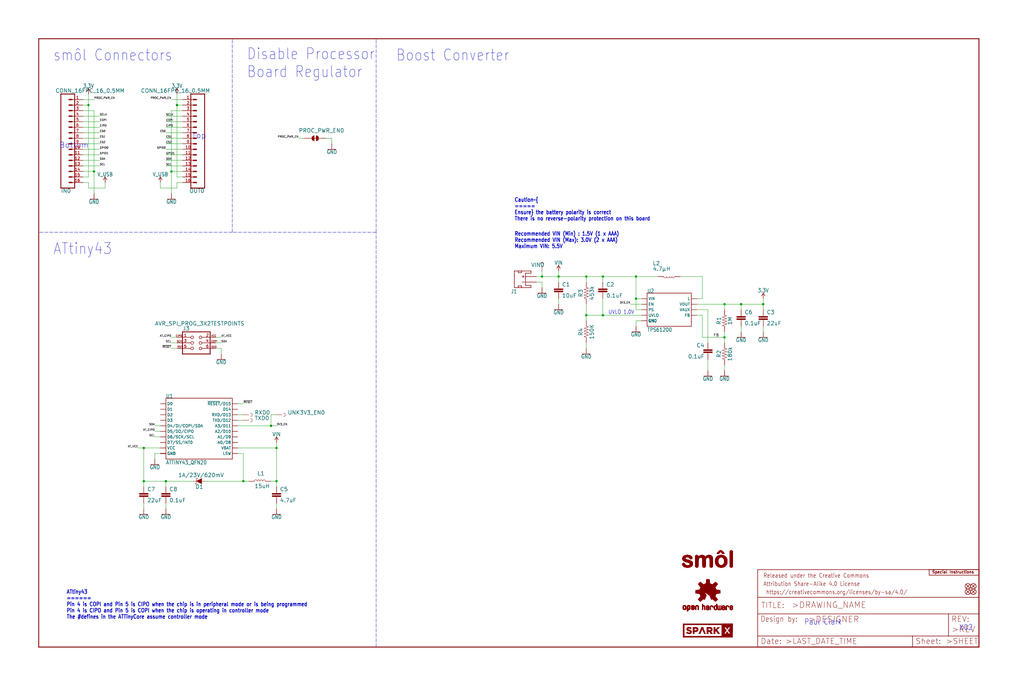
<source format=kicad_sch>
(kicad_sch (version 20211123) (generator eeschema)
  (paper "User" 470.306 317.906)
  (lib_symbols
    (symbol "eagleSchem-eagle-import:0.1UF-0402T-6.3V-10%-X7R"
      (property "Reference" "C" (at 1.524 2.921 0))
      (property "Value" "0.1UF-0402T-6.3V-10%-X7R" (at 1.524 -2.159 0))
      (symbol "0.1UF-0402T-6.3V-10%-X7R_1_0"
        (pin passive line (at 0 5.08 270) (length 2.54) (name "1") (number "1"))
        (pin passive line (at 0 -2.54 90) (length 2.54) (name "2") (number "2"))
      )
    )
    (symbol "eagleSchem-eagle-import:10UF-0402T-6.3V-20%"
      (property "Reference" "C" (at 1.524 2.921 0))
      (property "Value" "10UF-0402T-6.3V-20%" (at 1.524 -2.159 0))
      (symbol "10UF-0402T-6.3V-20%_1_0"
        (pin passive line (at 0 5.08 270) (length 2.54) (name "1") (number "1"))
        (pin passive line (at 0 -2.54 90) (length 2.54) (name "2") (number "2"))
      )
    )
    (symbol "eagleSchem-eagle-import:150KOHM-0402T-1{slash}16W-1%"
      (property "Reference" "R" (at 0 1.524 0))
      (property "Value" "150KOHM-0402T-1{slash}16W-1%" (at 0 -1.524 0))
      (symbol "150KOHM-0402T-1{slash}16W-1%_1_0"
        (pin passive line (at -5.08 0 0) (length 2.54) (name "1") (number "1"))
        (pin passive line (at 5.08 0 180) (length 2.54) (name "2") (number "2"))
      )
    )
    (symbol "eagleSchem-eagle-import:180KOHM-0402T-1{slash}16W-1%"
      (property "Reference" "R" (at 0 1.524 0))
      (property "Value" "180KOHM-0402T-1{slash}16W-1%" (at 0 -1.524 0))
      (symbol "180KOHM-0402T-1{slash}16W-1%_1_0"
        (pin passive line (at -5.08 0 0) (length 2.54) (name "1") (number "1"))
        (pin passive line (at 5.08 0 180) (length 2.54) (name "2") (number "2"))
      )
    )
    (symbol "eagleSchem-eagle-import:1MOHM-0402T-1{slash}16W-5%"
      (property "Reference" "R" (at 0 1.524 0))
      (property "Value" "1MOHM-0402T-1{slash}16W-5%" (at 0 -1.524 0))
      (symbol "1MOHM-0402T-1{slash}16W-5%_1_0"
        (pin passive line (at -5.08 0 0) (length 2.54) (name "1") (number "1"))
        (pin passive line (at 5.08 0 180) (length 2.54) (name "2") (number "2"))
      )
    )
    (symbol "eagleSchem-eagle-import:22UF-0603-6.3V-20%"
      (property "Reference" "C" (at 1.524 2.921 0))
      (property "Value" "22UF-0603-6.3V-20%" (at 1.524 -2.159 0))
      (symbol "22UF-0603-6.3V-20%_1_0"
        (pin passive line (at 0 5.08 270) (length 2.54) (name "1") (number "1"))
        (pin passive line (at 0 -2.54 90) (length 2.54) (name "2") (number "2"))
      )
    )
    (symbol "eagleSchem-eagle-import:3.3V" (power)
      (property "Value" "3.3V" (at 0 2.794 0))
      (symbol "3.3V_1_0"
        (pin power_in line (at 0 0 90) (length 2.54) (name "3.3V") (number "1"))
      )
    )
    (symbol "eagleSchem-eagle-import:4.7UF-0402_TIGHT-6.3V-20%-X5R"
      (property "Reference" "C" (at 1.524 2.921 0))
      (property "Value" "4.7UF-0402_TIGHT-6.3V-20%-X5R" (at 1.524 -2.159 0))
      (symbol "4.7UF-0402_TIGHT-6.3V-20%-X5R_1_0"
        (pin passive line (at 0 5.08 270) (length 2.54) (name "1") (number "1"))
        (pin passive line (at 0 -2.54 90) (length 2.54) (name "2") (number "2"))
      )
    )
    (symbol "eagleSchem-eagle-import:4.7μH_SHIELDED_INDUCTORNPIS_LS"
      (property "Reference" "L" (at 1.27 2.54 0))
      (property "Value" "4.7μH_SHIELDED_INDUCTORNPIS_LS" (at 1.27 -2.54 0))
      (symbol "4.7μH_SHIELDED_INDUCTORNPIS_LS_1_0"
        (pin passive line (at 0 5.08 270) (length 2.54) (name "1") (number "P$1"))
        (pin passive line (at 0 -5.08 90) (length 2.54) (name "2") (number "P$2"))
      )
    )
    (symbol "eagleSchem-eagle-import:453KOHM-0402T-1{slash}16W-1%"
      (property "Reference" "R" (at 0 1.524 0))
      (property "Value" "453KOHM-0402T-1{slash}16W-1%" (at 0 -1.524 0))
      (symbol "453KOHM-0402T-1{slash}16W-1%_1_0"
        (pin passive line (at -5.08 0 0) (length 2.54) (name "1") (number "1"))
        (pin passive line (at 5.08 0 180) (length 2.54) (name "2") (number "2"))
      )
    )
    (symbol "eagleSchem-eagle-import:ATTINY43_QFN20"
      (property "Value" "ATTINY43_QFN20" (at -15.24 -17.78 0))
      (symbol "ATTINY43_QFN20_1_0"
        (pin bidirectional line (at -17.78 5.08 0) (length 2.54) (name "D2") (number "1"))
        (pin power_in line (at 17.78 -10.16 180) (length 2.54) (name "VBAT") (number "10"))
        (pin bidirectional line (at 17.78 -7.62 180) (length 2.54) (name "A0/D8") (number "11"))
        (pin bidirectional line (at 17.78 -5.08 180) (length 2.54) (name "A1/D9") (number "12"))
        (pin bidirectional line (at 17.78 -2.54 180) (length 2.54) (name "A2/D10") (number "13"))
        (pin bidirectional line (at 17.78 0 180) (length 2.54) (name "A3/D11") (number "14"))
        (pin bidirectional line (at 17.78 2.54 180) (length 2.54) (name "TXD/D12") (number "15"))
        (pin bidirectional line (at 17.78 5.08 180) (length 2.54) (name "RXD/D13") (number "16"))
        (pin bidirectional line (at 17.78 7.62 180) (length 2.54) (name "D14") (number "17"))
        (pin bidirectional line (at 17.78 10.16 180) (length 2.54) (name "~{RESET}/D15") (number "18"))
        (pin bidirectional line (at -17.78 10.16 0) (length 2.54) (name "D0") (number "19"))
        (pin bidirectional line (at -17.78 2.54 0) (length 2.54) (name "D3") (number "2"))
        (pin bidirectional line (at -17.78 7.62 0) (length 2.54) (name "D1") (number "20"))
        (pin bidirectional line (at -17.78 0 0) (length 2.54) (name "D4/DI/COPI/SDA") (number "3"))
        (pin bidirectional line (at -17.78 -2.54 0) (length 2.54) (name "D5/DO/CIPO") (number "4"))
        (pin bidirectional line (at -17.78 -5.08 0) (length 2.54) (name "D6/SCK/SCL") (number "5"))
        (pin bidirectional line (at -17.78 -7.62 0) (length 2.54) (name "D7/SS/INT0") (number "6"))
        (pin power_in line (at -17.78 -10.16 0) (length 2.54) (name "VCC") (number "7"))
        (pin power_in line (at -17.78 -12.7 0) (length 2.54) (name "GND") (number "8"))
        (pin power_in line (at 17.78 -12.7 180) (length 2.54) (name "LSW") (number "9"))
        (pin power_in line (at -17.78 -12.7 0) (length 2.54) (name "GND") (number "PAD"))
      )
    )
    (symbol "eagleSchem-eagle-import:AVR_SPI_PROG_3X2TESTPOINTS"
      (property "Reference" "J" (at -5.08 5.588 0))
      (property "Value" "AVR_SPI_PROG_3X2TESTPOINTS" (at -5.08 -7.366 0))
      (symbol "AVR_SPI_PROG_3X2TESTPOINTS_1_0"
        (text "CIPO" (at -5.207 2.794 0) (effects (font (size 0.8128 0.8128)) (justify right bottom)))
        (text "COPI" (at 8.001 0.254 0) (effects (font (size 0.8128 0.8128)) (justify left bottom)))
        (text "GND" (at 8.001 -2.286 0) (effects (font (size 0.8128 0.8128)) (justify left bottom)))
        (text "RST" (at -5.08 -2.286 0) (effects (font (size 0.8128 0.8128)) (justify right bottom)))
        (text "SCK" (at -5.207 0.254 0) (effects (font (size 0.8128 0.8128)) (justify right bottom)))
        (text "VCC" (at 8.001 2.794 0) (effects (font (size 0.8128 0.8128)) (justify left bottom)))
        (pin passive inverted (at -7.62 2.54 0) (length 7.62) (name "1") (number "1"))
        (pin passive inverted (at 10.16 2.54 180) (length 7.62) (name "2") (number "2"))
        (pin passive inverted (at -7.62 0 0) (length 7.62) (name "3") (number "3"))
        (pin passive inverted (at 10.16 0 180) (length 7.62) (name "4") (number "4"))
        (pin passive inverted (at -7.62 -2.54 0) (length 7.62) (name "5") (number "5"))
        (pin passive inverted (at 10.16 -2.54 180) (length 7.62) (name "6") (number "6"))
      )
    )
    (symbol "eagleSchem-eagle-import:CONN_16FPC_16_0.5MM"
      (property "Reference" "J" (at 0 20.828 0))
      (property "Value" "CONN_16FPC_16_0.5MM" (at 0 -25.146 0))
      (symbol "CONN_16FPC_16_0.5MM_1_0"
        (pin passive line (at 10.16 -20.32 180) (length 5.08) (name "1") (number "1"))
        (pin passive line (at 10.16 2.54 180) (length 5.08) (name "10") (number "10"))
        (pin passive line (at 10.16 5.08 180) (length 5.08) (name "11") (number "11"))
        (pin passive line (at 10.16 7.62 180) (length 5.08) (name "12") (number "12"))
        (pin passive line (at 10.16 10.16 180) (length 5.08) (name "13") (number "13"))
        (pin passive line (at 10.16 12.7 180) (length 5.08) (name "14") (number "14"))
        (pin passive line (at 10.16 15.24 180) (length 5.08) (name "15") (number "15"))
        (pin passive line (at 10.16 17.78 180) (length 5.08) (name "16") (number "16"))
        (pin passive line (at 10.16 -17.78 180) (length 5.08) (name "2") (number "2"))
        (pin passive line (at 10.16 -15.24 180) (length 5.08) (name "3") (number "3"))
        (pin passive line (at 10.16 -12.7 180) (length 5.08) (name "4") (number "4"))
        (pin passive line (at 10.16 -10.16 180) (length 5.08) (name "5") (number "5"))
        (pin passive line (at 10.16 -7.62 180) (length 5.08) (name "6") (number "6"))
        (pin passive line (at 10.16 -5.08 180) (length 5.08) (name "7") (number "7"))
        (pin passive line (at 10.16 -2.54 180) (length 5.08) (name "8") (number "8"))
        (pin passive line (at 10.16 0 180) (length 5.08) (name "9") (number "9"))
      )
    )
    (symbol "eagleSchem-eagle-import:DIODE-SCHOTTKY-BAT20J"
      (property "Reference" "D" (at -2.54 2.032 0))
      (property "Value" "DIODE-SCHOTTKY-BAT20J" (at -2.54 -2.032 0))
      (symbol "DIODE-SCHOTTKY-BAT20J_1_0"
        (pin passive line (at -2.54 0 0) (length 0) (name "A") (number "A"))
        (pin passive line (at 2.54 0 180) (length 0) (name "C") (number "C"))
      )
    )
    (symbol "eagleSchem-eagle-import:FIDUCIALUFIDUCIAL")
    (symbol "eagleSchem-eagle-import:FRAME-LEDGER"
      (symbol "FRAME-LEDGER_2_0"
        (text " https://creativecommons.org/licenses/by-sa/4.0/" (at 2.54 24.13 0) (effects (font (size 1.9304 1.6408)) (justify left bottom)))
        (text ">DESIGNER" (at 23.114 11.176 0) (effects (font (size 2.7432 2.7432)) (justify left bottom)))
        (text ">DRAWING_NAME" (at 15.494 17.78 0) (effects (font (size 2.7432 2.7432)) (justify left bottom)))
        (text ">LAST_DATE_TIME" (at 12.7 1.27 0) (effects (font (size 2.54 2.54)) (justify left bottom)))
        (text ">REV" (at 88.9 6.604 0) (effects (font (size 2.7432 2.7432)) (justify left bottom)))
        (text ">SHEET" (at 86.36 1.27 0) (effects (font (size 2.54 2.54)) (justify left bottom)))
        (text "Attribution Share-Alike 4.0 License" (at 2.54 27.94 0) (effects (font (size 1.9304 1.6408)) (justify left bottom)))
        (text "Date:" (at 1.27 1.27 0) (effects (font (size 2.54 2.54)) (justify left bottom)))
        (text "Design by:" (at 1.27 11.43 0) (effects (font (size 2.54 2.159)) (justify left bottom)))
        (text "Released under the Creative Commons" (at 2.54 31.75 0) (effects (font (size 1.9304 1.6408)) (justify left bottom)))
        (text "REV:" (at 88.9 11.43 0) (effects (font (size 2.54 2.54)) (justify left bottom)))
        (text "Sheet:" (at 72.39 1.27 0) (effects (font (size 2.54 2.54)) (justify left bottom)))
        (text "TITLE:" (at 1.524 17.78 0) (effects (font (size 2.54 2.54)) (justify left bottom)))
      )
    )
    (symbol "eagleSchem-eagle-import:GND" (power)
      (property "Value" "GND" (at 0 -0.254 0))
      (symbol "GND_1_0"
        (pin power_in line (at 0 2.54 270) (length 2.54) (name "GND") (number "1"))
      )
    )
    (symbol "eagleSchem-eagle-import:INDUCTOR-LHQ32-15UH"
      (property "Reference" "L" (at 1.27 2.54 0))
      (property "Value" "INDUCTOR-LHQ32-15UH" (at 1.27 -2.54 0))
      (symbol "INDUCTOR-LHQ32-15UH_1_0"
        (pin passive line (at 0 5.08 270) (length 2.54) (name "1") (number "P$1"))
        (pin passive line (at 0 -5.08 90) (length 2.54) (name "2") (number "P$2"))
      )
    )
    (symbol "eagleSchem-eagle-import:JST_2MM_MALE"
      (property "Reference" "J" (at -2.54 5.842 0))
      (symbol "JST_2MM_MALE_1_0"
        (pin bidirectional line (at 0 -5.08 90) (length 5.08) (name "-") (number "1"))
        (pin bidirectional line (at 2.54 -5.08 90) (length 5.08) (name "+") (number "2"))
        (pin bidirectional line (at -2.54 2.54 90) (length 0) (name "PAD1") (number "NC1"))
        (pin bidirectional line (at 5.08 2.54 90) (length 0) (name "PAD2") (number "NC2"))
      )
    )
    (symbol "eagleSchem-eagle-import:JUMPER-SMT_2_NC_TRACE_SILK"
      (property "Reference" "JP" (at -2.54 2.54 0))
      (property "Value" "JUMPER-SMT_2_NC_TRACE_SILK" (at -2.54 -2.54 0))
      (symbol "JUMPER-SMT_2_NC_TRACE_SILK_1_0"
        (pin passive line (at -5.08 0 0) (length 2.54) (name "1") (number "1"))
        (pin passive line (at 5.08 0 180) (length 2.54) (name "2") (number "2"))
      )
    )
    (symbol "eagleSchem-eagle-import:OSHW-LOGOMINI")
    (symbol "eagleSchem-eagle-import:SMOL_LOGOSMALL")
    (symbol "eagleSchem-eagle-import:SPARKX-LOGO3")
    (symbol "eagleSchem-eagle-import:SPECIAL_INSTRUCTIONS-ORDERING"
      (symbol "SPECIAL_INSTRUCTIONS-ORDERING_1_0"
        (text "Special Instructions" (at 1.27 0.6985 0) (effects (font (size 1.27 1.27) (thickness 0.254) bold) (justify left bottom)))
      )
    )
    (symbol "eagleSchem-eagle-import:TEST-POINT3X4"
      (property "Reference" "TP" (at -2.54 2.54 0))
      (property "Value" "TEST-POINT3X4" (at -2.54 -2.54 0))
      (symbol "TEST-POINT3X4_1_0"
        (pin bidirectional line (at 0 0 180) (length 0) (name "1") (number "1"))
      )
    )
    (symbol "eagleSchem-eagle-import:TPS61200_MINIMAL"
      (property "Reference" "U" (at -10.16 7.62 0))
      (property "Value" "TPS61200_MINIMAL" (at -10.16 -10.16 0))
      (symbol "TPS61200_MINIMAL_1_0"
        (pin passive line (at 12.7 0 180) (length 2.54) (name "VAUX") (number "1"))
        (pin passive line (at 12.7 -2.54 180) (length 2.54) (name "FB") (number "10"))
        (pin power_in line (at -12.7 -5.08 0) (length 2.54) (name "GND") (number "11"))
        (pin power_in line (at -12.7 -5.08 0) (length 2.54) (name "GND") (number "12"))
        (pin power_in line (at -12.7 -5.08 0) (length 2.54) (name "GND") (number "13"))
        (pin power_in line (at -12.7 -5.08 0) (length 2.54) (name "GND") (number "14"))
        (pin power_in line (at -12.7 -5.08 0) (length 2.54) (name "GND") (number "15"))
        (pin power_in line (at 12.7 2.54 180) (length 2.54) (name "VOUT") (number "2"))
        (pin passive line (at 12.7 5.08 180) (length 2.54) (name "L") (number "3"))
        (pin power_in line (at -12.7 -5.08 0) (length 2.54) (name "GND") (number "4"))
        (pin power_in line (at -12.7 5.08 0) (length 2.54) (name "VIN") (number "5"))
        (pin input line (at -12.7 2.54 0) (length 2.54) (name "EN") (number "6"))
        (pin input line (at -12.7 -2.54 0) (length 2.54) (name "UVLO") (number "7"))
        (pin input line (at -12.7 0 0) (length 2.54) (name "PS") (number "8"))
        (pin power_in line (at -12.7 -5.08 0) (length 2.54) (name "GND") (number "9"))
      )
    )
    (symbol "eagleSchem-eagle-import:VIN" (power)
      (property "Value" "VIN" (at 0 2.794 0))
      (symbol "VIN_1_0"
        (pin power_in line (at 0 0 90) (length 2.54) (name "VIN") (number "1"))
      )
    )
    (symbol "eagleSchem-eagle-import:V_USB" (power)
      (property "Value" "V_USB" (at 0 2.794 0))
      (symbol "V_USB_1_0"
        (pin power_in line (at 0 0 90) (length 2.54) (name "V_USB") (number "1"))
      )
    )
  )
  (junction (at 66.04 205.74))
  (junction (at 127 205.74))
  (junction (at 78.74 78.74))
  (junction (at 43.18 78.74))
  (junction (at 292.1 127))
  (junction (at 248.92 127))
  (junction (at 276.86 127))
  (junction (at 350.52 139.7))
  (junction (at 269.24 127))
  (junction (at 276.86 144.78))
  (junction (at 332.74 139.7))
  (junction (at 66.04 220.98))
  (junction (at 40.64 48.26))
  (junction (at 81.28 48.26))
  (junction (at 76.2 220.98))
  (junction (at 124.46 195.58))
  (junction (at 127 220.98))
  (junction (at 292.1 137.16))
  (junction (at 256.54 127))
  (junction (at 340.36 139.7))
  (junction (at 111.76 220.98))
  (junction (at 332.74 154.94))
  (junction (at 269.24 144.78))
  (wire (pts (xy 48.26 86.36) (xy 40.64 86.36)))
  (wire (pts (xy 340.36 142.24) (xy 340.36 139.7)))
  (wire (pts (xy 73.66 195.58) (xy 71.12 195.58)))
  (wire (pts (xy 294.64 139.7) (xy 289.56 139.7)))
  (wire (pts (xy 93.98 220.98) (xy 111.76 220.98)))
  (wire (pts (xy 38.1 71.12) (xy 45.72 71.12)))
  (wire (pts (xy 38.1 66.04) (xy 45.72 66.04)))
  (wire (pts (xy 38.1 78.74) (xy 43.18 78.74)))
  (wire (pts (xy 38.1 76.2) (xy 45.72 76.2)))
  (wire (pts (xy 246.38 129.54) (xy 248.92 129.54)))
  (wire (pts (xy 269.24 129.54) (xy 269.24 127)))
  (wire (pts (xy 332.74 170.18) (xy 332.74 167.64)))
  (wire (pts (xy 83.82 66.04) (xy 76.2 66.04)))
  (wire (pts (xy 350.52 142.24) (xy 350.52 139.7)))
  (wire (pts (xy 322.58 144.78) (xy 322.58 154.94)))
  (wire (pts (xy 322.58 137.16) (xy 322.58 127)))
  (wire (pts (xy 38.1 83.82) (xy 40.64 83.82)))
  (wire (pts (xy 81.28 83.82) (xy 81.28 86.36)))
  (wire (pts (xy 124.46 195.58) (xy 127 195.58)))
  (wire (pts (xy 81.28 157.48) (xy 78.74 157.48)))
  (wire (pts (xy 139.7 63.5) (xy 137.16 63.5)))
  (wire (pts (xy 152.4 63.5) (xy 152.4 66.04)))
  (wire (pts (xy 127 190.5) (xy 124.46 190.5)))
  (wire (pts (xy 294.64 147.32) (xy 292.1 147.32)))
  (wire (pts (xy 256.54 129.54) (xy 256.54 127)))
  (wire (pts (xy 294.64 137.16) (xy 292.1 137.16)))
  (wire (pts (xy 340.36 139.7) (xy 350.52 139.7)))
  (polyline (pts (xy 172.72 297.18) (xy 172.72 106.68)))
  (wire (pts (xy 248.92 127) (xy 248.92 124.46)))
  (wire (pts (xy 83.82 63.5) (xy 76.2 63.5)))
  (wire (pts (xy 66.04 205.74) (xy 66.04 220.98)))
  (wire (pts (xy 320.04 137.16) (xy 322.58 137.16)))
  (wire (pts (xy 40.64 48.26) (xy 40.64 43.18)))
  (wire (pts (xy 81.28 48.26) (xy 81.28 43.18)))
  (wire (pts (xy 292.1 147.32) (xy 292.1 149.86)))
  (polyline (pts (xy 172.72 106.68) (xy 172.72 17.78)))
  (wire (pts (xy 83.82 50.8) (xy 78.74 50.8)))
  (wire (pts (xy 83.82 45.72) (xy 78.74 45.72)))
  (wire (pts (xy 73.66 86.36) (xy 73.66 83.82)))
  (wire (pts (xy 81.28 86.36) (xy 73.66 86.36)))
  (wire (pts (xy 332.74 154.94) (xy 322.58 154.94)))
  (wire (pts (xy 248.92 129.54) (xy 248.92 132.08)))
  (wire (pts (xy 256.54 127) (xy 248.92 127)))
  (wire (pts (xy 38.1 53.34) (xy 45.72 53.34)))
  (wire (pts (xy 43.18 88.9) (xy 43.18 78.74)))
  (wire (pts (xy 99.06 160.02) (xy 101.6 160.02)))
  (wire (pts (xy 83.82 83.82) (xy 81.28 83.82)))
  (wire (pts (xy 109.22 208.28) (xy 111.76 208.28)))
  (wire (pts (xy 256.54 124.46) (xy 256.54 127)))
  (wire (pts (xy 40.64 83.82) (xy 40.64 86.36)))
  (wire (pts (xy 292.1 127) (xy 292.1 137.16)))
  (wire (pts (xy 48.26 83.82) (xy 48.26 86.36)))
  (wire (pts (xy 111.76 220.98) (xy 114.3 220.98)))
  (wire (pts (xy 109.22 195.58) (xy 124.46 195.58)))
  (wire (pts (xy 124.46 190.5) (xy 124.46 195.58)))
  (polyline (pts (xy 172.72 106.68) (xy 106.68 106.68)))
  (wire (pts (xy 38.1 63.5) (xy 45.72 63.5)))
  (wire (pts (xy 149.86 63.5) (xy 152.4 63.5)))
  (wire (pts (xy 325.12 157.48) (xy 325.12 142.24)))
  (wire (pts (xy 73.66 208.28) (xy 71.12 208.28)))
  (wire (pts (xy 332.74 157.48) (xy 332.74 154.94)))
  (wire (pts (xy 127 205.74) (xy 127 220.98)))
  (wire (pts (xy 38.1 45.72) (xy 43.18 45.72)))
  (wire (pts (xy 38.1 58.42) (xy 45.72 58.42)))
  (polyline (pts (xy 106.68 106.68) (xy 17.78 106.68)))
  (wire (pts (xy 127 220.98) (xy 127 223.52)))
  (wire (pts (xy 83.82 55.88) (xy 76.2 55.88)))
  (wire (pts (xy 332.74 152.4) (xy 332.74 154.94)))
  (wire (pts (xy 246.38 127) (xy 248.92 127)))
  (wire (pts (xy 73.66 205.74) (xy 66.04 205.74)))
  (wire (pts (xy 38.1 48.26) (xy 40.64 48.26)))
  (wire (pts (xy 83.82 68.58) (xy 76.2 68.58)))
  (wire (pts (xy 83.82 81.28) (xy 81.28 81.28)))
  (wire (pts (xy 332.74 139.7) (xy 340.36 139.7)))
  (wire (pts (xy 81.28 81.28) (xy 81.28 48.26)))
  (wire (pts (xy 294.64 142.24) (xy 292.1 142.24)))
  (wire (pts (xy 78.74 78.74) (xy 83.82 78.74)))
  (wire (pts (xy 38.1 50.8) (xy 43.18 50.8)))
  (wire (pts (xy 99.06 154.94) (xy 101.6 154.94)))
  (wire (pts (xy 83.82 73.66) (xy 76.2 73.66)))
  (wire (pts (xy 83.82 53.34) (xy 76.2 53.34)))
  (wire (pts (xy 276.86 137.16) (xy 276.86 144.78)))
  (polyline (pts (xy 106.68 106.68) (xy 106.68 17.78)))
  (wire (pts (xy 71.12 208.28) (xy 71.12 210.82)))
  (wire (pts (xy 276.86 127) (xy 292.1 127)))
  (wire (pts (xy 38.1 55.88) (xy 45.72 55.88)))
  (wire (pts (xy 269.24 157.48) (xy 269.24 160.02)))
  (wire (pts (xy 83.82 58.42) (xy 76.2 58.42)))
  (wire (pts (xy 83.82 71.12) (xy 76.2 71.12)))
  (wire (pts (xy 101.6 160.02) (xy 101.6 162.56)))
  (wire (pts (xy 78.74 50.8) (xy 78.74 78.74)))
  (wire (pts (xy 127 203.2) (xy 127 205.74)))
  (wire (pts (xy 269.24 139.7) (xy 269.24 144.78)))
  (wire (pts (xy 109.22 190.5) (xy 111.76 190.5)))
  (wire (pts (xy 256.54 127) (xy 269.24 127)))
  (wire (pts (xy 78.74 88.9) (xy 78.74 78.74)))
  (wire (pts (xy 325.12 142.24) (xy 320.04 142.24)))
  (wire (pts (xy 350.52 137.16) (xy 350.52 139.7)))
  (wire (pts (xy 38.1 60.96) (xy 45.72 60.96)))
  (wire (pts (xy 66.04 220.98) (xy 66.04 223.52)))
  (wire (pts (xy 269.24 127) (xy 276.86 127)))
  (wire (pts (xy 276.86 144.78) (xy 269.24 144.78)))
  (wire (pts (xy 127 231.14) (xy 127 233.68)))
  (wire (pts (xy 332.74 139.7) (xy 320.04 139.7)))
  (wire (pts (xy 40.64 81.28) (xy 40.64 48.26)))
  (wire (pts (xy 312.42 127) (xy 322.58 127)))
  (wire (pts (xy 292.1 142.24) (xy 292.1 137.16)))
  (wire (pts (xy 73.66 200.66) (xy 71.12 200.66)))
  (wire (pts (xy 38.1 81.28) (xy 40.64 81.28)))
  (wire (pts (xy 109.22 193.04) (xy 111.76 193.04)))
  (wire (pts (xy 76.2 231.14) (xy 76.2 233.68)))
  (wire (pts (xy 66.04 205.74) (xy 63.5 205.74)))
  (wire (pts (xy 269.24 147.32) (xy 269.24 144.78)))
  (wire (pts (xy 294.64 144.78) (xy 276.86 144.78)))
  (wire (pts (xy 76.2 223.52) (xy 76.2 220.98)))
  (wire (pts (xy 83.82 60.96) (xy 76.2 60.96)))
  (wire (pts (xy 340.36 152.4) (xy 340.36 149.86)))
  (wire (pts (xy 325.12 170.18) (xy 325.12 165.1)))
  (wire (pts (xy 320.04 144.78) (xy 322.58 144.78)))
  (wire (pts (xy 38.1 68.58) (xy 45.72 68.58)))
  (wire (pts (xy 109.22 185.42) (xy 111.76 185.42)))
  (wire (pts (xy 256.54 137.16) (xy 256.54 139.7)))
  (wire (pts (xy 76.2 220.98) (xy 66.04 220.98)))
  (wire (pts (xy 350.52 149.86) (xy 350.52 152.4)))
  (wire (pts (xy 124.46 220.98) (xy 127 220.98)))
  (wire (pts (xy 66.04 231.14) (xy 66.04 233.68)))
  (wire (pts (xy 276.86 129.54) (xy 276.86 127)))
  (wire (pts (xy 83.82 76.2) (xy 76.2 76.2)))
  (wire (pts (xy 81.28 154.94) (xy 78.74 154.94)))
  (wire (pts (xy 88.9 220.98) (xy 76.2 220.98)))
  (wire (pts (xy 38.1 73.66) (xy 45.72 73.66)))
  (wire (pts (xy 109.22 205.74) (xy 127 205.74)))
  (wire (pts (xy 73.66 198.12) (xy 71.12 198.12)))
  (wire (pts (xy 43.18 50.8) (xy 43.18 78.74)))
  (wire (pts (xy 302.26 127) (xy 292.1 127)))
  (wire (pts (xy 332.74 142.24) (xy 332.74 139.7)))
  (wire (pts (xy 99.06 157.48) (xy 101.6 157.48)))
  (wire (pts (xy 83.82 48.26) (xy 81.28 48.26)))
  (wire (pts (xy 111.76 208.28) (xy 111.76 220.98)))
  (wire (pts (xy 81.28 160.02) (xy 78.74 160.02)))
  (text "Caution~{\n=====\nEnsure} the battery polarity is correct\nThere is no reverse-polarity protection on this board" (at 236.22 101.6 0) (effects (font (size 1.778 1.5113) (thickness 0.3023) bold) (justify left bottom)))
  (text "Boost Converter" (at 181.864 28.448 180) (effects (font (size 5.08 4.318)) (justify left bottom)))
  (text "smôl Connectors" (at 24.384 28.448 180) (effects (font (size 5.08 4.318)) (justify left bottom)))
  (text "Recommended VIN (Min) : 1.5V (1 x AAA)\nRecommended VIN (Max): 3.0V (2 x AAA)\nMaximum VIN: 5.5V" (at 236.22 114.3 0) (effects (font (size 1.778 1.5113) (thickness 0.3023) bold) (justify left bottom)))
  (text "UVLO 1.0V" (at 279.4 144.526 180) (effects (font (size 1.778 1.5113)) (justify left bottom)))
  (text "ATtiny43\n======\nPin 4 is COPI and Pin 5 is CIPO when the chip is in peripheral mode or is being programmed\nPin 4 is CIPO and Pin 5 is COPI when the chip is operating in controller mode\nThe #defines in the ATTinyCore assume controller mode" (at 30.48 284.48 0) (effects (font (size 1.778 1.5113) (thickness 0.3023) bold) (justify left bottom)))
  (text "Paul Clark" (at 369.316 287.274 180) (effects (font (size 2.54 2.159)) (justify left bottom)))
  (text "Bottom" (at 27.178 68.326 180) (effects (font (size 2.54 2.54)) (justify left bottom)))
  (text "ATtiny43" (at 24.384 117.348 180) (effects (font (size 5.08 4.318)) (justify left bottom)))
  (text "Top" (at 94.742 60.96 180) (effects (font (size 2.54 2.54)) (justify right top)))
  (text "X02" (at 440.436 289.814 180) (effects (font (size 2.54 2.159)) (justify left bottom)))
  (text "Disable Processor\nBoard Regulator" (at 113.284 36.068 180) (effects (font (size 5.08 4.318)) (justify left bottom)))
  (label "SCLK" (at 76.2 53.34 0) (effects (font (size 0.889 0.889))))
  (label "CS0" (at 76.2 60.96 180) (effects (font (size 0.889 0.889))))
  (label "SDA" (at 45.72 73.66 0) (effects (font (size 0.889 0.889))))
  (label "SCL" (at 76.2 76.2 0) (effects (font (size 0.889 0.889))))
  (label "FB" (at 327.66 154.94 0) (effects (font (size 1.2446 1.2446))))
  (label "CS1" (at 76.2 63.5 0) (effects (font (size 0.889 0.889))))
  (label "CS1" (at 45.72 63.5 0) (effects (font (size 0.889 0.889))))
  (label "SCL" (at 71.12 200.66 180) (effects (font (size 0.889 0.889))))
  (label "~{RESET}" (at 111.76 185.42 0) (effects (font (size 0.889 0.889))))
  (label "CIPO" (at 45.72 58.42 0) (effects (font (size 0.889 0.889))))
  (label "PROC_PWR_EN" (at 78.74 45.72 180) (effects (font (size 0.889 0.889))))
  (label "AT_VCC" (at 63.5 205.74 180) (effects (font (size 0.889 0.889))))
  (label "CS2" (at 76.2 66.04 0) (effects (font (size 0.889 0.889))))
  (label "COPI" (at 45.72 55.88 0) (effects (font (size 0.889 0.889))))
  (label "SCL" (at 45.72 76.2 0) (effects (font (size 0.889 0.889))))
  (label "~{RESET}" (at 78.74 160.02 180) (effects (font (size 0.889 0.889))))
  (label "SDA" (at 76.2 73.66 0) (effects (font (size 0.889 0.889))))
  (label "COPI" (at 76.2 55.88 0) (effects (font (size 0.889 0.889))))
  (label "SCL" (at 78.74 157.48 180) (effects (font (size 0.889 0.889))))
  (label "PROC_PWR_EN" (at 137.16 63.5 180) (effects (font (size 0.889 0.889))))
  (label "SDA" (at 101.6 157.48 0) (effects (font (size 0.889 0.889))))
  (label "AT_CIPO" (at 78.74 154.94 180) (effects (font (size 0.889 0.889))))
  (label "3V3_EN" (at 289.56 139.7 180) (effects (font (size 0.889 0.889))))
  (label "CIPO" (at 76.2 58.42 0) (effects (font (size 0.889 0.889))))
  (label "3V3_EN" (at 127 195.58 0) (effects (font (size 0.889 0.889))))
  (label "GPIO1" (at 76.2 71.12 0) (effects (font (size 0.889 0.889))))
  (label "PROC_PWR_EN" (at 43.18 45.72 0) (effects (font (size 0.889 0.889))))
  (label "CS0" (at 45.72 60.96 0) (effects (font (size 0.889 0.889))))
  (label "SCLK" (at 45.72 53.34 0) (effects (font (size 0.889 0.889))))
  (label "GPIO0" (at 45.72 68.58 0) (effects (font (size 0.889 0.889))))
  (label "SDA" (at 71.12 195.58 180) (effects (font (size 0.889 0.889))))
  (label "GPIO0" (at 76.2 68.58 180) (effects (font (size 0.889 0.889))))
  (label "CS2" (at 45.72 66.04 0) (effects (font (size 0.889 0.889))))
  (label "AT_CIPO" (at 71.12 198.12 180) (effects (font (size 0.889 0.889))))
  (label "GPIO1" (at 45.72 71.12 0) (effects (font (size 0.889 0.889))))
  (label "AT_VCC" (at 101.6 154.94 0) (effects (font (size 0.889 0.889))))
  (symbol (lib_id "eagleSchem-eagle-import:GND") (at 127 236.22 0) (unit 1)
    (property "Reference" "#GND9" (effects hide))
    (property "Value" "GND" (at 127 236.474 0) (effects (font (size 1.778 1.5113)) (justify top)))
    (property "Footprint" "eagleSchem:" (effects hide))
  )
  (symbol (lib_id "eagleSchem-eagle-import:FIDUCIALUFIDUCIAL") (at 447.04 269.24 0) (unit 1)
    (property "Reference" "FD4" (effects hide))
    (property "Value" "FIDUCIALUFIDUCIAL" (effects hide))
    (property "Footprint" "eagleSchem:FIDUCIAL-MICRO" (effects hide))
  )
  (symbol (lib_id "eagleSchem-eagle-import:0.1UF-0402T-6.3V-10%-X7R") (at 76.2 228.6 0) (unit 1)
    (property "Reference" "C8" (at 77.724 225.679 0) (effects (font (size 1.778 1.778)) (justify left bottom)))
    (property "Value" "0.1uF" (at 77.724 230.759 0) (effects (font (size 1.778 1.778)) (justify left bottom)))
    (property "Footprint" "eagleSchem:0402-TIGHT" (effects hide))
  )
  (symbol (lib_id "eagleSchem-eagle-import:SMOL_LOGOSMALL") (at 325.12 256.54 0) (unit 1)
    (property "Reference" "U$14" (effects hide))
    (property "Value" "SMOL_LOGOSMALL" (effects hide))
    (property "Footprint" "eagleSchem:SMOL_SMALL" (effects hide))
  )
  (symbol (lib_id "eagleSchem-eagle-import:FIDUCIALUFIDUCIAL") (at 444.5 271.78 0) (unit 1)
    (property "Reference" "FD2" (effects hide))
    (property "Value" "FIDUCIALUFIDUCIAL" (effects hide))
    (property "Footprint" "eagleSchem:FIDUCIAL-MICRO" (effects hide))
  )
  (symbol (lib_id "eagleSchem-eagle-import:TPS61200_MINIMAL") (at 307.34 142.24 0) (unit 1)
    (property "Reference" "U2" (at 297.18 134.62 0) (effects (font (size 1.778 1.5113)) (justify left bottom)))
    (property "Value" "TPS61200" (at 297.18 152.4 0) (effects (font (size 1.778 1.5113)) (justify left bottom)))
    (property "Footprint" "eagleSchem:QFN-10_PAD" (effects hide))
  )
  (symbol (lib_id "eagleSchem-eagle-import:SPARKX-LOGO3") (at 325.12 289.56 0) (unit 1)
    (property "Reference" "U$1" (effects hide))
    (property "Value" "SPARKX-LOGO3" (effects hide))
    (property "Footprint" "eagleSchem:SPARKX-SMALL" (effects hide))
  )
  (symbol (lib_id "eagleSchem-eagle-import:GND") (at 152.4 68.58 0) (unit 1)
    (property "Reference" "#GND1" (effects hide))
    (property "Value" "GND" (at 152.4 68.834 0) (effects (font (size 1.778 1.5113)) (justify top)))
    (property "Footprint" "eagleSchem:" (effects hide))
  )
  (symbol (lib_id "eagleSchem-eagle-import:150KOHM-0402T-1{slash}16W-1%") (at 269.24 152.4 90) (unit 1)
    (property "Reference" "R4" (at 267.716 152.4 0) (effects (font (size 1.778 1.778)) (justify bottom)))
    (property "Value" "150K" (at 270.764 152.4 0) (effects (font (size 1.778 1.778)) (justify top)))
    (property "Footprint" "eagleSchem:0402-TIGHT" (effects hide))
  )
  (symbol (lib_id "eagleSchem-eagle-import:GND") (at 350.52 154.94 0) (unit 1)
    (property "Reference" "#GND2" (effects hide))
    (property "Value" "GND" (at 350.52 155.194 0) (effects (font (size 1.778 1.5113)) (justify top)))
    (property "Footprint" "eagleSchem:" (effects hide))
  )
  (symbol (lib_id "eagleSchem-eagle-import:TEST-POINT3X4") (at 248.92 124.46 270) (mirror x) (unit 1)
    (property "Reference" "VIN0" (at 243.84 120.65 90) (effects (font (size 1.778 1.778)) (justify left bottom)))
    (property "Value" "TEST-POINT3X4" (effects hide))
    (property "Footprint" "eagleSchem:PAD.03X.04" (effects hide))
  )
  (symbol (lib_id "eagleSchem-eagle-import:GND") (at 256.54 142.24 0) (unit 1)
    (property "Reference" "#GND12" (effects hide))
    (property "Value" "GND" (at 256.54 142.494 0) (effects (font (size 1.778 1.5113)) (justify top)))
    (property "Footprint" "eagleSchem:" (effects hide))
  )
  (symbol (lib_id "eagleSchem-eagle-import:GND") (at 101.6 165.1 0) (unit 1)
    (property "Reference" "#GND11" (effects hide))
    (property "Value" "GND" (at 101.6 165.354 0) (effects (font (size 1.778 1.5113)) (justify top)))
    (property "Footprint" "eagleSchem:" (effects hide))
  )
  (symbol (lib_id "eagleSchem-eagle-import:SMOL_LOGOSMALL") (at 325.12 256.54 0) (unit 1)
    (property "Reference" "U$13" (effects hide))
    (property "Value" "SMOL_LOGOSMALL" (effects hide))
    (property "Footprint" "eagleSchem:SMOL_SMALL" (effects hide))
  )
  (symbol (lib_id "eagleSchem-eagle-import:OSHW-LOGOMINI") (at 325.12 271.78 0) (unit 1)
    (property "Reference" "LOGO2" (effects hide))
    (property "Value" "OSHW-LOGOMINI" (effects hide))
    (property "Footprint" "eagleSchem:OSHW-LOGO-MINI" (effects hide))
  )
  (symbol (lib_id "eagleSchem-eagle-import:3.3V") (at 81.28 43.18 0) (unit 1)
    (property "Reference" "#SUPPLY22" (effects hide))
    (property "Value" "3.3V" (at 81.28 40.386 0) (effects (font (size 1.778 1.5113)) (justify bottom)))
    (property "Footprint" "eagleSchem:" (effects hide))
  )
  (symbol (lib_id "eagleSchem-eagle-import:GND") (at 76.2 236.22 0) (unit 1)
    (property "Reference" "#GND10" (effects hide))
    (property "Value" "GND" (at 76.2 236.474 0) (effects (font (size 1.778 1.5113)) (justify top)))
    (property "Footprint" "eagleSchem:" (effects hide))
  )
  (symbol (lib_id "eagleSchem-eagle-import:SPECIAL_INSTRUCTIONS-ORDERING") (at 426.72 264.16 0) (unit 1)
    (property "Reference" "LOGO1" (effects hide))
    (property "Value" "SPECIAL_INSTRUCTIONS-ORDERING" (effects hide))
    (property "Footprint" "eagleSchem:ORDERING_INSTRUCTIONS" (effects hide))
  )
  (symbol (lib_id "eagleSchem-eagle-import:1MOHM-0402T-1{slash}16W-5%") (at 332.74 147.32 90) (unit 1)
    (property "Reference" "R1" (at 331.216 147.32 0) (effects (font (size 1.778 1.778)) (justify bottom)))
    (property "Value" "1M" (at 334.264 147.32 0) (effects (font (size 1.778 1.778)) (justify top)))
    (property "Footprint" "eagleSchem:0402-TIGHT" (effects hide))
  )
  (symbol (lib_id "eagleSchem-eagle-import:4.7μH_SHIELDED_INDUCTORNPIS_LS") (at 307.34 127 270) (unit 1)
    (property "Reference" "L2" (at 299.72 121.92 90) (effects (font (size 1.778 1.778)) (justify left bottom)))
    (property "Value" "4.7μH" (at 299.72 124.46 90) (effects (font (size 1.778 1.778)) (justify left bottom)))
    (property "Footprint" "eagleSchem:INDUCTOR_4X4MM" (effects hide))
  )
  (symbol (lib_id "eagleSchem-eagle-import:TEST-POINT3X4") (at 111.76 190.5 0) (unit 1)
    (property "Reference" "RXD0" (at 116.84 190.5 0) (effects (font (size 1.778 1.778)) (justify left bottom)))
    (property "Value" "TEST-POINT3X4" (effects hide))
    (property "Footprint" "eagleSchem:PAD.03X.04" (effects hide))
  )
  (symbol (lib_id "eagleSchem-eagle-import:180KOHM-0402T-1{slash}16W-1%") (at 332.74 162.56 90) (unit 1)
    (property "Reference" "R2" (at 331.216 162.56 0) (effects (font (size 1.778 1.778)) (justify bottom)))
    (property "Value" "180k" (at 334.264 162.56 0) (effects (font (size 1.778 1.778)) (justify top)))
    (property "Footprint" "eagleSchem:0402-TIGHT" (effects hide))
  )
  (symbol (lib_id "eagleSchem-eagle-import:0.1UF-0402T-6.3V-10%-X7R") (at 276.86 134.62 0) (unit 1)
    (property "Reference" "C2" (at 278.384 131.699 0) (effects (font (size 1.778 1.778)) (justify left bottom)))
    (property "Value" "0.1uF" (at 278.384 136.779 0) (effects (font (size 1.778 1.778)) (justify left bottom)))
    (property "Footprint" "eagleSchem:0402-TIGHT" (effects hide))
  )
  (symbol (lib_id "eagleSchem-eagle-import:3.3V") (at 40.64 43.18 0) (unit 1)
    (property "Reference" "#SUPPLY21" (effects hide))
    (property "Value" "3.3V" (at 40.64 40.386 0) (effects (font (size 1.778 1.5113)) (justify bottom)))
    (property "Footprint" "eagleSchem:" (effects hide))
  )
  (symbol (lib_id "eagleSchem-eagle-import:GND") (at 340.36 154.94 0) (unit 1)
    (property "Reference" "#GND14" (effects hide))
    (property "Value" "GND" (at 340.36 155.194 0) (effects (font (size 1.778 1.5113)) (justify top)))
    (property "Footprint" "eagleSchem:" (effects hide))
  )
  (symbol (lib_id "eagleSchem-eagle-import:VIN") (at 256.54 124.46 0) (unit 1)
    (property "Reference" "#SUPPLY2" (effects hide))
    (property "Value" "VIN" (at 256.54 121.666 0) (effects (font (size 1.778 1.5113)) (justify bottom)))
    (property "Footprint" "eagleSchem:" (effects hide))
  )
  (symbol (lib_id "eagleSchem-eagle-import:JUMPER-SMT_2_NC_TRACE_SILK") (at 144.78 63.5 0) (unit 1)
    (property "Reference" "PROC_PWR_EN0" (at 137.16 60.96 0) (effects (font (size 1.778 1.778)) (justify left bottom)))
    (property "Value" "JUMPER-SMT_2_NC_TRACE_SILK" (effects hide))
    (property "Footprint" "eagleSchem:SMT-JUMPER_2_NC_TRACE_SILK" (effects hide))
  )
  (symbol (lib_id "eagleSchem-eagle-import:FIDUCIALUFIDUCIAL") (at 444.5 269.24 0) (unit 1)
    (property "Reference" "FD3" (effects hide))
    (property "Value" "FIDUCIALUFIDUCIAL" (effects hide))
    (property "Footprint" "eagleSchem:FIDUCIAL-MICRO" (effects hide))
  )
  (symbol (lib_id "eagleSchem-eagle-import:TEST-POINT3X4") (at 111.76 193.04 0) (unit 1)
    (property "Reference" "TXD0" (at 116.84 193.04 0) (effects (font (size 1.778 1.778)) (justify left bottom)))
    (property "Value" "TEST-POINT3X4" (effects hide))
    (property "Footprint" "eagleSchem:PAD.03X.04" (effects hide))
  )
  (symbol (lib_id "eagleSchem-eagle-import:OSHW-LOGOMINI") (at 325.12 271.78 0) (unit 1)
    (property "Reference" "LOGO3" (effects hide))
    (property "Value" "OSHW-LOGOMINI" (effects hide))
    (property "Footprint" "eagleSchem:OSHW-LOGO-MINI" (effects hide))
  )
  (symbol (lib_id "eagleSchem-eagle-import:V_USB") (at 48.26 83.82 0) (unit 1)
    (property "Reference" "#SUPPLY25" (effects hide))
    (property "Value" "V_USB" (at 48.26 81.026 0) (effects (font (size 1.778 1.5113)) (justify bottom)))
    (property "Footprint" "eagleSchem:" (effects hide))
  )
  (symbol (lib_id "eagleSchem-eagle-import:GND") (at 248.92 134.62 0) (unit 1)
    (property "Reference" "#GND15" (effects hide))
    (property "Value" "GND" (at 248.92 134.874 0) (effects (font (size 1.778 1.5113)) (justify top)))
    (property "Footprint" "eagleSchem:" (effects hide))
  )
  (symbol (lib_id "eagleSchem-eagle-import:GND") (at 332.74 172.72 0) (unit 1)
    (property "Reference" "#GND3" (effects hide))
    (property "Value" "GND" (at 332.74 172.974 0) (effects (font (size 1.778 1.5113)) (justify top)))
    (property "Footprint" "eagleSchem:" (effects hide))
  )
  (symbol (lib_id "eagleSchem-eagle-import:0.1UF-0402T-6.3V-10%-X7R") (at 340.36 147.32 0) (unit 1)
    (property "Reference" "C6" (at 341.884 144.399 0) (effects (font (size 1.778 1.778)) (justify left bottom)))
    (property "Value" "0.1uF" (at 341.884 149.479 0) (effects (font (size 1.778 1.778)) (justify left bottom)))
    (property "Footprint" "eagleSchem:0402-TIGHT" (effects hide))
  )
  (symbol (lib_id "eagleSchem-eagle-import:FRAME-LEDGER") (at 17.78 297.18 0) (unit 1)
    (property "Reference" "FRAME1" (effects hide))
    (property "Value" "FRAME-LEDGER" (effects hide))
    (property "Footprint" "eagleSchem:CREATIVE_COMMONS" (effects hide))
  )
  (symbol (lib_id "eagleSchem-eagle-import:0.1UF-0402T-6.3V-10%-X7R") (at 325.12 162.56 0) (mirror y) (unit 1)
    (property "Reference" "C4" (at 323.596 159.639 0) (effects (font (size 1.778 1.778)) (justify left bottom)))
    (property "Value" "0.1uF" (at 323.596 164.719 0) (effects (font (size 1.778 1.778)) (justify left bottom)))
    (property "Footprint" "eagleSchem:0402-TIGHT" (effects hide))
  )
  (symbol (lib_id "eagleSchem-eagle-import:GND") (at 325.12 172.72 0) (unit 1)
    (property "Reference" "#GND4" (effects hide))
    (property "Value" "GND" (at 325.12 172.974 0) (effects (font (size 1.778 1.5113)) (justify top)))
    (property "Footprint" "eagleSchem:" (effects hide))
  )
  (symbol (lib_id "eagleSchem-eagle-import:22UF-0603-6.3V-20%") (at 350.52 147.32 0) (unit 1)
    (property "Reference" "C3" (at 352.044 144.399 0) (effects (font (size 1.778 1.778)) (justify left bottom)))
    (property "Value" "22uF" (at 352.044 149.479 0) (effects (font (size 1.778 1.778)) (justify left bottom)))
    (property "Footprint" "eagleSchem:0603" (effects hide))
  )
  (symbol (lib_id "eagleSchem-eagle-import:GND") (at 43.18 91.44 0) (unit 1)
    (property "Reference" "#GND54" (effects hide))
    (property "Value" "GND" (at 43.18 91.694 0) (effects (font (size 1.778 1.5113)) (justify top)))
    (property "Footprint" "eagleSchem:" (effects hide))
  )
  (symbol (lib_id "eagleSchem-eagle-import:GND") (at 66.04 236.22 0) (unit 1)
    (property "Reference" "#GND8" (effects hide))
    (property "Value" "GND" (at 66.04 236.474 0) (effects (font (size 1.778 1.5113)) (justify top)))
    (property "Footprint" "eagleSchem:" (effects hide))
  )
  (symbol (lib_id "eagleSchem-eagle-import:VIN") (at 127 203.2 0) (unit 1)
    (property "Reference" "#SUPPLY11" (effects hide))
    (property "Value" "VIN" (at 127 200.406 0) (effects (font (size 1.778 1.5113)) (justify bottom)))
    (property "Footprint" "eagleSchem:" (effects hide))
  )
  (symbol (lib_id "eagleSchem-eagle-import:JST_2MM_MALE") (at 241.3 129.54 90) (unit 1)
    (property "Reference" "J1" (at 237.49 132.842 90) (effects (font (size 1.778 1.5113)) (justify left bottom)))
    (property "Value" "JST_2MM_MALE" (effects hide))
    (property "Footprint" "eagleSchem:JST-2-SMD" (effects hide))
  )
  (symbol (lib_id "eagleSchem-eagle-import:GND") (at 292.1 152.4 0) (unit 1)
    (property "Reference" "#GND13" (effects hide))
    (property "Value" "GND" (at 292.1 152.654 0) (effects (font (size 1.778 1.5113)) (justify top)))
    (property "Footprint" "eagleSchem:" (effects hide))
  )
  (symbol (lib_id "eagleSchem-eagle-import:GND") (at 71.12 213.36 0) (unit 1)
    (property "Reference" "#GND7" (effects hide))
    (property "Value" "GND" (at 71.12 213.614 0) (effects (font (size 1.778 1.5113)) (justify top)))
    (property "Footprint" "eagleSchem:" (effects hide))
  )
  (symbol (lib_id "eagleSchem-eagle-import:CONN_16FPC_16_0.5MM") (at 27.94 66.04 0) (mirror x) (unit 1)
    (property "Reference" "IN0" (at 27.94 86.614 0) (effects (font (size 1.778 1.778)) (justify left bottom)))
    (property "Value" "CONN_16FPC_16_0.5MM" (at 25.4 40.64 0) (effects (font (size 1.778 1.778)) (justify left bottom)))
    (property "Footprint" "eagleSchem:FPC_16_0.5MM" (effects hide))
  )
  (symbol (lib_id "eagleSchem-eagle-import:CONN_16FPC_16_0.5MM") (at 93.98 66.04 180) (unit 1)
    (property "Reference" "OUT0" (at 93.98 86.614 0) (effects (font (size 1.778 1.778)) (justify left bottom)))
    (property "Value" "CONN_16FPC_16_0.5MM" (at 96.52 40.64 0) (effects (font (size 1.778 1.778)) (justify left bottom)))
    (property "Footprint" "eagleSchem:FPC_16_0.5MM" (effects hide))
  )
  (symbol (lib_id "eagleSchem-eagle-import:3.3V") (at 350.52 137.16 0) (unit 1)
    (property "Reference" "#SUPPLY1" (effects hide))
    (property "Value" "3.3V" (at 350.52 134.366 0) (effects (font (size 1.778 1.5113)) (justify bottom)))
    (property "Footprint" "eagleSchem:" (effects hide))
  )
  (symbol (lib_id "eagleSchem-eagle-import:ATTINY43_QFN20") (at 91.44 195.58 0) (unit 1)
    (property "Reference" "U1" (at 76.2 182.88 0) (effects (font (size 1.778 1.5113)) (justify left bottom)))
    (property "Value" "ATTINY43_QFN20" (at 76.2 213.36 0) (effects (font (size 1.778 1.5113)) (justify left bottom)))
    (property "Footprint" "eagleSchem:QFN20_20M1" (effects hide))
  )
  (symbol (lib_id "eagleSchem-eagle-import:FIDUCIALUFIDUCIAL") (at 447.04 271.78 0) (unit 1)
    (property "Reference" "FD1" (effects hide))
    (property "Value" "FIDUCIALUFIDUCIAL" (effects hide))
    (property "Footprint" "eagleSchem:FIDUCIAL-MICRO" (effects hide))
  )
  (symbol (lib_id "eagleSchem-eagle-import:V_USB") (at 73.66 83.82 0) (unit 1)
    (property "Reference" "#SUPPLY27" (effects hide))
    (property "Value" "V_USB" (at 73.66 81.026 0) (effects (font (size 1.778 1.5113)) (justify bottom)))
    (property "Footprint" "eagleSchem:" (effects hide))
  )
  (symbol (lib_id "eagleSchem-eagle-import:453KOHM-0402T-1{slash}16W-1%") (at 269.24 134.62 90) (unit 1)
    (property "Reference" "R3" (at 267.716 134.62 0) (effects (font (size 1.778 1.778)) (justify bottom)))
    (property "Value" "453k" (at 270.764 134.62 0) (effects (font (size 1.778 1.778)) (justify top)))
    (property "Footprint" "eagleSchem:0402-TIGHT" (effects hide))
  )
  (symbol (lib_id "eagleSchem-eagle-import:GND") (at 269.24 162.56 0) (unit 1)
    (property "Reference" "#GND6" (effects hide))
    (property "Value" "GND" (at 269.24 162.814 0) (effects (font (size 1.778 1.5113)) (justify top)))
    (property "Footprint" "eagleSchem:" (effects hide))
  )
  (symbol (lib_id "eagleSchem-eagle-import:FRAME-LEDGER") (at 347.98 297.18 0) (unit 2)
    (property "Reference" "FRAME1" (effects hide))
    (property "Value" "FRAME-LEDGER" (effects hide))
    (property "Footprint" "eagleSchem:CREATIVE_COMMONS" (effects hide))
  )
  (symbol (lib_id "eagleSchem-eagle-import:DIODE-SCHOTTKY-BAT20J") (at 91.44 220.98 180) (unit 1)
    (property "Reference" "D1" (at 89.662 224.5614 0) (effects (font (size 1.778 1.778)) (justify right top)))
    (property "Value" "1A/23V/620mV" (at 81.788 219.2274 0) (effects (font (size 1.778 1.778)) (justify right top)))
    (property "Footprint" "eagleSchem:SOD-323" (effects hide))
  )
  (symbol (lib_id "eagleSchem-eagle-import:TEST-POINT3X4") (at 127 190.5 0) (unit 1)
    (property "Reference" "UNK3V3_EN0" (at 132.08 190.5 0) (effects (font (size 1.778 1.778)) (justify left bottom)))
    (property "Value" "TEST-POINT3X4" (effects hide))
    (property "Footprint" "eagleSchem:PAD.03X.04" (effects hide))
  )
  (symbol (lib_id "eagleSchem-eagle-import:GND") (at 78.74 91.44 0) (unit 1)
    (property "Reference" "#GND56" (effects hide))
    (property "Value" "GND" (at 78.74 91.694 0) (effects (font (size 1.778 1.5113)) (justify top)))
    (property "Footprint" "eagleSchem:" (effects hide))
  )
  (symbol (lib_id "eagleSchem-eagle-import:4.7UF-0402_TIGHT-6.3V-20%-X5R") (at 127 228.6 0) (unit 1)
    (property "Reference" "C5" (at 128.524 225.679 0) (effects (font (size 1.778 1.778)) (justify left bottom)))
    (property "Value" "4.7uF" (at 128.524 230.759 0) (effects (font (size 1.778 1.778)) (justify left bottom)))
    (property "Footprint" "eagleSchem:0402-TIGHT" (effects hide))
  )
  (symbol (lib_id "eagleSchem-eagle-import:AVR_SPI_PROG_3X2TESTPOINTS") (at 88.9 157.48 0) (unit 1)
    (property "Reference" "J3" (at 83.82 151.892 0) (effects (font (size 1.778 1.778)) (justify left bottom)))
    (property "Value" "AVR_SPI_PROG_3X2TESTPOINTS" (at 71.12 149.606 0) (effects (font (size 1.778 1.778)) (justify left bottom)))
    (property "Footprint" "eagleSchem:2X3_TEST_POINTS" (effects hide))
  )
  (symbol (lib_id "eagleSchem-eagle-import:10UF-0402T-6.3V-20%") (at 256.54 134.62 0) (unit 1)
    (property "Reference" "C1" (at 258.064 131.699 0) (effects (font (size 1.778 1.778)) (justify left bottom)))
    (property "Value" "10uF" (at 258.064 136.779 0) (effects (font (size 1.778 1.778)) (justify left bottom)))
    (property "Footprint" "eagleSchem:0402-TIGHT" (effects hide))
  )
  (symbol (lib_id "eagleSchem-eagle-import:22UF-0603-6.3V-20%") (at 66.04 228.6 0) (unit 1)
    (property "Reference" "C7" (at 67.564 225.679 0) (effects (font (size 1.778 1.778)) (justify left bottom)))
    (property "Value" "22uF" (at 67.564 230.759 0) (effects (font (size 1.778 1.778)) (justify left bottom)))
    (property "Footprint" "eagleSchem:0603" (effects hide))
  )
  (symbol (lib_id "eagleSchem-eagle-import:INDUCTOR-LHQ32-15UH") (at 119.38 220.98 90) (unit 1)
    (property "Reference" "L1" (at 118.11 218.44 90) (effects (font (size 1.778 1.778)) (justify right top)))
    (property "Value" "15uH" (at 116.84 222.25 90) (effects (font (size 1.778 1.778)) (justify right bottom)))
    (property "Footprint" "eagleSchem:INDUCTOR_LQH32" (effects hide))
  )
)
</source>
